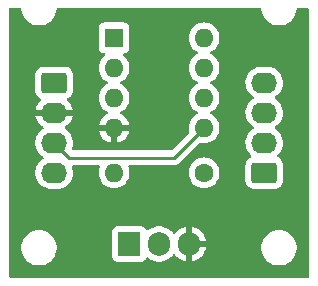
<source format=gbl>
%TF.GenerationSoftware,KiCad,Pcbnew,7.0.8*%
%TF.CreationDate,2023-10-26T16:31:04-05:00*%
%TF.ProjectId,iowa-rover-kiosk-power-cycler,696f7761-2d72-46f7-9665-722d6b696f73,rev?*%
%TF.SameCoordinates,Original*%
%TF.FileFunction,Copper,L2,Bot*%
%TF.FilePolarity,Positive*%
%FSLAX46Y46*%
G04 Gerber Fmt 4.6, Leading zero omitted, Abs format (unit mm)*
G04 Created by KiCad (PCBNEW 7.0.8) date 2023-10-26 16:31:04*
%MOMM*%
%LPD*%
G01*
G04 APERTURE LIST*
G04 Aperture macros list*
%AMRoundRect*
0 Rectangle with rounded corners*
0 $1 Rounding radius*
0 $2 $3 $4 $5 $6 $7 $8 $9 X,Y pos of 4 corners*
0 Add a 4 corners polygon primitive as box body*
4,1,4,$2,$3,$4,$5,$6,$7,$8,$9,$2,$3,0*
0 Add four circle primitives for the rounded corners*
1,1,$1+$1,$2,$3*
1,1,$1+$1,$4,$5*
1,1,$1+$1,$6,$7*
1,1,$1+$1,$8,$9*
0 Add four rect primitives between the rounded corners*
20,1,$1+$1,$2,$3,$4,$5,0*
20,1,$1+$1,$4,$5,$6,$7,0*
20,1,$1+$1,$6,$7,$8,$9,0*
20,1,$1+$1,$8,$9,$2,$3,0*%
G04 Aperture macros list end*
%TA.AperFunction,ComponentPad*%
%ADD10C,1.600000*%
%TD*%
%TA.AperFunction,ComponentPad*%
%ADD11O,1.600000X1.600000*%
%TD*%
%TA.AperFunction,ComponentPad*%
%ADD12R,1.600000X1.600000*%
%TD*%
%TA.AperFunction,ComponentPad*%
%ADD13O,1.905000X2.000000*%
%TD*%
%TA.AperFunction,ComponentPad*%
%ADD14R,1.905000X2.000000*%
%TD*%
%TA.AperFunction,ComponentPad*%
%ADD15RoundRect,0.250000X0.845000X-0.620000X0.845000X0.620000X-0.845000X0.620000X-0.845000X-0.620000X0*%
%TD*%
%TA.AperFunction,ComponentPad*%
%ADD16O,2.190000X1.740000*%
%TD*%
%TA.AperFunction,ComponentPad*%
%ADD17RoundRect,0.250000X-0.845000X0.620000X-0.845000X-0.620000X0.845000X-0.620000X0.845000X0.620000X0*%
%TD*%
%TA.AperFunction,Conductor*%
%ADD18C,0.250000*%
%TD*%
G04 APERTURE END LIST*
D10*
%TO.P,R1,1*%
%TO.N,Net-(U1-XTAL2{slash}PB4)*%
X119380000Y-63500000D03*
D11*
%TO.P,R1,2*%
%TO.N,Net-(Q1-G)*%
X111760000Y-63500000D03*
%TD*%
D12*
%TO.P,U1,1,~{RESET}/PB5*%
%TO.N,unconnected-(U1-~{RESET}{slash}PB5-Pad1)*%
X111760000Y-52080000D03*
D11*
%TO.P,U1,2,XTAL1/PB3*%
%TO.N,unconnected-(U1-XTAL1{slash}PB3-Pad2)*%
X111760000Y-54620000D03*
%TO.P,U1,3,XTAL2/PB4*%
%TO.N,Net-(U1-XTAL2{slash}PB4)*%
X111760000Y-57160000D03*
%TO.P,U1,4,GND*%
%TO.N,GND*%
X111760000Y-59700000D03*
%TO.P,U1,5,AREF/PB0*%
%TO.N,Net-(J1-Pin_3)*%
X119380000Y-59700000D03*
%TO.P,U1,6,PB1*%
%TO.N,unconnected-(U1-PB1-Pad6)*%
X119380000Y-57160000D03*
%TO.P,U1,7,PB2*%
%TO.N,Net-(J1-Pin_4)*%
X119380000Y-54620000D03*
%TO.P,U1,8,VCC*%
%TO.N,+5V*%
X119380000Y-52080000D03*
%TD*%
D13*
%TO.P,Q1,3,S*%
%TO.N,GND*%
X118110000Y-69525000D03*
%TO.P,Q1,2,D*%
%TO.N,Net-(J2-Pin_2)*%
X115570000Y-69525000D03*
D14*
%TO.P,Q1,1,G*%
%TO.N,Net-(Q1-G)*%
X113030000Y-69525000D03*
%TD*%
D15*
%TO.P,J2,1,Pin_1*%
%TO.N,+5V*%
X124480000Y-63500000D03*
D16*
%TO.P,J2,2,Pin_2*%
%TO.N,Net-(J2-Pin_2)*%
X124480000Y-60960000D03*
%TO.P,J2,3,Pin_3*%
%TO.N,Net-(J1-Pin_3)*%
X124480000Y-58420000D03*
%TO.P,J2,4,Pin_4*%
%TO.N,Net-(J1-Pin_4)*%
X124480000Y-55880000D03*
%TD*%
D17*
%TO.P,J1,1,Pin_1*%
%TO.N,+5V*%
X106680000Y-55880000D03*
D16*
%TO.P,J1,2,Pin_2*%
%TO.N,GND*%
X106680000Y-58420000D03*
%TO.P,J1,3,Pin_3*%
%TO.N,Net-(J1-Pin_3)*%
X106680000Y-60960000D03*
%TO.P,J1,4,Pin_4*%
%TO.N,Net-(J1-Pin_4)*%
X106680000Y-63500000D03*
%TD*%
D18*
%TO.N,Net-(J1-Pin_3)*%
X116850000Y-62230000D02*
X119380000Y-59700000D01*
X107950000Y-62230000D02*
X116850000Y-62230000D01*
X106680000Y-60960000D02*
X107950000Y-62230000D01*
%TD*%
%TA.AperFunction,Conductor*%
%TO.N,GND*%
G36*
X103852539Y-49549685D02*
G01*
X103898294Y-49602489D01*
X103908471Y-49649274D01*
X103909076Y-49649224D01*
X103909454Y-49653790D01*
X103909500Y-49654000D01*
X103909500Y-49654334D01*
X103950429Y-49899616D01*
X104031169Y-50134802D01*
X104031172Y-50134811D01*
X104149524Y-50353506D01*
X104149526Y-50353509D01*
X104302262Y-50549744D01*
X104461744Y-50696557D01*
X104485217Y-50718166D01*
X104693393Y-50854173D01*
X104921118Y-50954063D01*
X105162175Y-51015107D01*
X105162179Y-51015108D01*
X105162181Y-51015108D01*
X105162186Y-51015109D01*
X105295376Y-51026145D01*
X105347933Y-51030500D01*
X105347935Y-51030500D01*
X105472065Y-51030500D01*
X105472067Y-51030500D01*
X105533284Y-51025427D01*
X105657813Y-51015109D01*
X105657816Y-51015108D01*
X105657821Y-51015108D01*
X105898881Y-50954063D01*
X106126607Y-50854173D01*
X106334785Y-50718164D01*
X106517738Y-50549744D01*
X106670474Y-50353509D01*
X106788828Y-50134810D01*
X106869571Y-49899614D01*
X106910500Y-49654335D01*
X106910500Y-49654000D01*
X106910539Y-49653865D01*
X106910924Y-49649224D01*
X106911879Y-49649303D01*
X106930185Y-49586961D01*
X106982989Y-49541206D01*
X107034500Y-49530000D01*
X124105500Y-49530000D01*
X124172539Y-49549685D01*
X124218294Y-49602489D01*
X124228471Y-49649274D01*
X124229076Y-49649224D01*
X124229454Y-49653790D01*
X124229500Y-49654000D01*
X124229500Y-49654334D01*
X124270429Y-49899616D01*
X124351169Y-50134802D01*
X124351172Y-50134811D01*
X124469524Y-50353506D01*
X124469526Y-50353509D01*
X124622262Y-50549744D01*
X124781744Y-50696557D01*
X124805217Y-50718166D01*
X125013393Y-50854173D01*
X125241118Y-50954063D01*
X125482175Y-51015107D01*
X125482179Y-51015108D01*
X125482181Y-51015108D01*
X125482186Y-51015109D01*
X125615376Y-51026145D01*
X125667933Y-51030500D01*
X125667935Y-51030500D01*
X125792065Y-51030500D01*
X125792067Y-51030500D01*
X125853284Y-51025427D01*
X125977813Y-51015109D01*
X125977816Y-51015108D01*
X125977821Y-51015108D01*
X126218881Y-50954063D01*
X126446607Y-50854173D01*
X126654785Y-50718164D01*
X126837738Y-50549744D01*
X126990474Y-50353509D01*
X127108828Y-50134810D01*
X127189571Y-49899614D01*
X127230500Y-49654335D01*
X127230500Y-49654000D01*
X127230539Y-49653865D01*
X127230924Y-49649224D01*
X127231879Y-49649303D01*
X127250185Y-49586961D01*
X127302989Y-49541206D01*
X127354500Y-49530000D01*
X128146000Y-49530000D01*
X128213039Y-49549685D01*
X128258794Y-49602489D01*
X128270000Y-49654000D01*
X128270000Y-72266000D01*
X128250315Y-72333039D01*
X128197511Y-72378794D01*
X128146000Y-72390000D01*
X102994000Y-72390000D01*
X102926961Y-72370315D01*
X102881206Y-72317511D01*
X102870000Y-72266000D01*
X102870000Y-69974334D01*
X103909500Y-69974334D01*
X103950429Y-70219616D01*
X104031169Y-70454802D01*
X104031172Y-70454811D01*
X104149524Y-70673506D01*
X104149526Y-70673509D01*
X104302262Y-70869744D01*
X104427875Y-70985379D01*
X104485217Y-71038166D01*
X104693393Y-71174173D01*
X104921118Y-71274063D01*
X105054473Y-71307833D01*
X105162179Y-71335108D01*
X105162181Y-71335108D01*
X105162186Y-71335109D01*
X105295376Y-71346145D01*
X105347933Y-71350500D01*
X105347935Y-71350500D01*
X105472065Y-71350500D01*
X105472067Y-71350500D01*
X105533284Y-71345427D01*
X105657813Y-71335109D01*
X105657816Y-71335108D01*
X105657821Y-71335108D01*
X105898881Y-71274063D01*
X106126607Y-71174173D01*
X106334785Y-71038164D01*
X106517738Y-70869744D01*
X106670474Y-70673509D01*
X106724937Y-70572870D01*
X111577000Y-70572870D01*
X111577001Y-70572876D01*
X111583408Y-70632483D01*
X111633702Y-70767328D01*
X111633706Y-70767335D01*
X111719952Y-70882544D01*
X111719955Y-70882547D01*
X111835164Y-70968793D01*
X111835171Y-70968797D01*
X111970017Y-71019091D01*
X111970016Y-71019091D01*
X111976944Y-71019835D01*
X112029627Y-71025500D01*
X114030372Y-71025499D01*
X114089983Y-71019091D01*
X114224831Y-70968796D01*
X114340046Y-70882546D01*
X114426296Y-70767331D01*
X114437725Y-70736687D01*
X114479594Y-70680755D01*
X114545058Y-70656336D01*
X114613331Y-70671186D01*
X114630069Y-70682167D01*
X114772552Y-70793066D01*
X114772558Y-70793070D01*
X114772561Y-70793072D01*
X114914235Y-70869742D01*
X114983478Y-70907215D01*
X114984336Y-70907679D01*
X115102598Y-70948278D01*
X115212083Y-70985865D01*
X115212085Y-70985865D01*
X115212087Y-70985866D01*
X115449601Y-71025500D01*
X115449602Y-71025500D01*
X115690398Y-71025500D01*
X115690399Y-71025500D01*
X115927913Y-70985866D01*
X116155664Y-70907679D01*
X116367439Y-70793072D01*
X116557463Y-70645171D01*
X116720551Y-70468010D01*
X116736489Y-70443613D01*
X116789631Y-70398258D01*
X116858862Y-70388831D01*
X116922199Y-70418330D01*
X116944106Y-70443611D01*
X116959847Y-70467704D01*
X116959851Y-70467710D01*
X117122873Y-70644797D01*
X117122883Y-70644806D01*
X117312831Y-70792649D01*
X117312840Y-70792655D01*
X117524531Y-70907215D01*
X117524545Y-70907221D01*
X117752207Y-70985379D01*
X117860000Y-71003366D01*
X117860000Y-70016683D01*
X117888819Y-70034209D01*
X118034404Y-70075000D01*
X118147622Y-70075000D01*
X118259783Y-70059584D01*
X118360000Y-70016053D01*
X118360000Y-71003365D01*
X118467792Y-70985379D01*
X118695454Y-70907221D01*
X118695468Y-70907215D01*
X118907159Y-70792655D01*
X118907168Y-70792649D01*
X119097116Y-70644806D01*
X119097126Y-70644797D01*
X119260148Y-70467710D01*
X119260156Y-70467699D01*
X119391813Y-70266184D01*
X119488508Y-70045740D01*
X119506590Y-69974334D01*
X124229500Y-69974334D01*
X124270429Y-70219616D01*
X124351169Y-70454802D01*
X124351172Y-70454811D01*
X124469524Y-70673506D01*
X124469526Y-70673509D01*
X124622262Y-70869744D01*
X124747875Y-70985379D01*
X124805217Y-71038166D01*
X125013393Y-71174173D01*
X125241118Y-71274063D01*
X125374473Y-71307833D01*
X125482179Y-71335108D01*
X125482181Y-71335108D01*
X125482186Y-71335109D01*
X125615376Y-71346145D01*
X125667933Y-71350500D01*
X125667935Y-71350500D01*
X125792065Y-71350500D01*
X125792067Y-71350500D01*
X125853284Y-71345427D01*
X125977813Y-71335109D01*
X125977816Y-71335108D01*
X125977821Y-71335108D01*
X126218881Y-71274063D01*
X126446607Y-71174173D01*
X126654785Y-71038164D01*
X126837738Y-70869744D01*
X126990474Y-70673509D01*
X127108828Y-70454810D01*
X127189571Y-70219614D01*
X127230500Y-69974335D01*
X127230500Y-69725665D01*
X127189571Y-69480386D01*
X127108828Y-69245190D01*
X126990474Y-69026491D01*
X126837738Y-68830256D01*
X126654785Y-68661836D01*
X126654782Y-68661833D01*
X126446606Y-68525826D01*
X126218881Y-68425936D01*
X125977824Y-68364892D01*
X125977813Y-68364890D01*
X125812548Y-68351197D01*
X125792067Y-68349500D01*
X125667933Y-68349500D01*
X125648521Y-68351108D01*
X125482186Y-68364890D01*
X125482175Y-68364892D01*
X125241118Y-68425936D01*
X125013393Y-68525826D01*
X124805217Y-68661833D01*
X124622261Y-68830257D01*
X124469524Y-69026493D01*
X124351172Y-69245188D01*
X124351169Y-69245197D01*
X124270429Y-69480383D01*
X124229500Y-69725665D01*
X124229500Y-69974334D01*
X119506590Y-69974334D01*
X119547599Y-69812395D01*
X119547599Y-69812394D01*
X119550697Y-69775000D01*
X118604852Y-69775000D01*
X118653559Y-69637953D01*
X118663877Y-69487114D01*
X118633116Y-69339085D01*
X118599910Y-69275000D01*
X119550697Y-69275000D01*
X119547599Y-69237605D01*
X119547599Y-69237604D01*
X119488508Y-69004259D01*
X119391813Y-68783815D01*
X119260156Y-68582300D01*
X119260148Y-68582289D01*
X119097126Y-68405202D01*
X119097116Y-68405193D01*
X118907168Y-68257350D01*
X118907159Y-68257344D01*
X118695468Y-68142784D01*
X118695454Y-68142778D01*
X118467791Y-68064619D01*
X118360000Y-68046633D01*
X118360000Y-69033316D01*
X118331181Y-69015791D01*
X118185596Y-68975000D01*
X118072378Y-68975000D01*
X117960217Y-68990416D01*
X117860000Y-69033946D01*
X117860000Y-68046633D01*
X117859999Y-68046633D01*
X117752208Y-68064619D01*
X117524545Y-68142778D01*
X117524531Y-68142784D01*
X117312840Y-68257344D01*
X117312831Y-68257350D01*
X117122883Y-68405193D01*
X117122873Y-68405202D01*
X116959851Y-68582289D01*
X116959846Y-68582297D01*
X116944104Y-68606390D01*
X116890955Y-68651745D01*
X116821724Y-68661165D01*
X116758389Y-68631660D01*
X116736489Y-68606384D01*
X116720555Y-68581994D01*
X116624018Y-68477127D01*
X116557463Y-68404829D01*
X116423358Y-68300451D01*
X116367441Y-68256929D01*
X116155665Y-68142321D01*
X116155656Y-68142318D01*
X115927916Y-68064134D01*
X115728800Y-68030908D01*
X115690399Y-68024500D01*
X115449601Y-68024500D01*
X115411200Y-68030908D01*
X115212083Y-68064134D01*
X114984343Y-68142318D01*
X114984334Y-68142321D01*
X114772559Y-68256929D01*
X114630069Y-68367833D01*
X114565075Y-68393475D01*
X114496535Y-68379908D01*
X114446210Y-68331440D01*
X114437725Y-68313311D01*
X114426298Y-68282673D01*
X114426293Y-68282664D01*
X114340047Y-68167455D01*
X114340044Y-68167452D01*
X114224835Y-68081206D01*
X114224828Y-68081202D01*
X114089982Y-68030908D01*
X114089983Y-68030908D01*
X114030383Y-68024501D01*
X114030381Y-68024500D01*
X114030373Y-68024500D01*
X114030364Y-68024500D01*
X112029629Y-68024500D01*
X112029623Y-68024501D01*
X111970016Y-68030908D01*
X111835171Y-68081202D01*
X111835164Y-68081206D01*
X111719955Y-68167452D01*
X111719952Y-68167455D01*
X111633706Y-68282664D01*
X111633702Y-68282671D01*
X111583408Y-68417517D01*
X111577001Y-68477116D01*
X111577000Y-68477135D01*
X111577000Y-70572870D01*
X106724937Y-70572870D01*
X106788828Y-70454810D01*
X106869571Y-70219614D01*
X106910500Y-69974335D01*
X106910500Y-69725665D01*
X106869571Y-69480386D01*
X106788828Y-69245190D01*
X106670474Y-69026491D01*
X106517738Y-68830256D01*
X106334785Y-68661836D01*
X106334782Y-68661833D01*
X106126606Y-68525826D01*
X105898881Y-68425936D01*
X105657824Y-68364892D01*
X105657813Y-68364890D01*
X105492548Y-68351197D01*
X105472067Y-68349500D01*
X105347933Y-68349500D01*
X105328521Y-68351108D01*
X105162186Y-68364890D01*
X105162175Y-68364892D01*
X104921118Y-68425936D01*
X104693393Y-68525826D01*
X104485217Y-68661833D01*
X104302261Y-68830257D01*
X104149524Y-69026493D01*
X104031172Y-69245188D01*
X104031169Y-69245197D01*
X103950429Y-69480383D01*
X103909500Y-69725665D01*
X103909500Y-69974334D01*
X102870000Y-69974334D01*
X102870000Y-63441624D01*
X105080784Y-63441624D01*
X105090685Y-63674700D01*
X105090686Y-63674709D01*
X105139836Y-63902766D01*
X105139837Y-63902769D01*
X105226819Y-64119231D01*
X105226821Y-64119235D01*
X105349138Y-64317891D01*
X105429083Y-64408726D01*
X105503270Y-64493019D01*
X105503273Y-64493022D01*
X105684773Y-64639573D01*
X105684779Y-64639578D01*
X105888445Y-64753353D01*
X105888448Y-64753354D01*
X106108416Y-64831073D01*
X106236725Y-64853074D01*
X106338344Y-64870499D01*
X106338353Y-64870500D01*
X106963221Y-64870500D01*
X107137446Y-64855671D01*
X107137446Y-64855670D01*
X107137453Y-64855670D01*
X107363219Y-64796885D01*
X107575802Y-64700792D01*
X107769088Y-64570153D01*
X107937516Y-64408728D01*
X108076240Y-64221161D01*
X108181270Y-64012847D01*
X108249583Y-63789780D01*
X108279216Y-63558376D01*
X108269314Y-63325293D01*
X108220164Y-63097235D01*
X108220162Y-63097230D01*
X108191433Y-63025734D01*
X108184702Y-62956189D01*
X108216638Y-62894046D01*
X108277102Y-62859033D01*
X108306491Y-62855500D01*
X110430951Y-62855500D01*
X110497990Y-62875185D01*
X110543745Y-62927989D01*
X110553689Y-62997147D01*
X110543333Y-63031905D01*
X110533262Y-63053502D01*
X110533258Y-63053511D01*
X110474366Y-63273302D01*
X110474364Y-63273313D01*
X110454532Y-63499998D01*
X110454532Y-63500001D01*
X110474364Y-63726686D01*
X110474366Y-63726697D01*
X110533258Y-63946488D01*
X110533261Y-63946497D01*
X110629431Y-64152732D01*
X110629432Y-64152734D01*
X110759954Y-64339141D01*
X110920858Y-64500045D01*
X110920861Y-64500047D01*
X111107266Y-64630568D01*
X111313504Y-64726739D01*
X111533308Y-64785635D01*
X111695230Y-64799801D01*
X111759998Y-64805468D01*
X111760000Y-64805468D01*
X111760002Y-64805468D01*
X111816673Y-64800509D01*
X111986692Y-64785635D01*
X112206496Y-64726739D01*
X112412734Y-64630568D01*
X112599139Y-64500047D01*
X112760047Y-64339139D01*
X112890568Y-64152734D01*
X112986739Y-63946496D01*
X113045635Y-63726692D01*
X113065468Y-63500001D01*
X118074532Y-63500001D01*
X118094364Y-63726686D01*
X118094366Y-63726697D01*
X118153258Y-63946488D01*
X118153261Y-63946497D01*
X118249431Y-64152732D01*
X118249432Y-64152734D01*
X118379954Y-64339141D01*
X118540858Y-64500045D01*
X118540861Y-64500047D01*
X118727266Y-64630568D01*
X118933504Y-64726739D01*
X119153308Y-64785635D01*
X119315230Y-64799801D01*
X119379998Y-64805468D01*
X119380000Y-64805468D01*
X119380002Y-64805468D01*
X119436673Y-64800509D01*
X119606692Y-64785635D01*
X119826496Y-64726739D01*
X120032734Y-64630568D01*
X120219139Y-64500047D01*
X120380047Y-64339139D01*
X120510568Y-64152734D01*
X120606739Y-63946496D01*
X120665635Y-63726692D01*
X120685468Y-63500000D01*
X120665635Y-63273308D01*
X120606739Y-63053504D01*
X120510568Y-62847266D01*
X120380047Y-62660861D01*
X120380045Y-62660858D01*
X120219141Y-62499954D01*
X120032734Y-62369432D01*
X120032732Y-62369431D01*
X119826497Y-62273261D01*
X119826488Y-62273258D01*
X119606697Y-62214366D01*
X119606693Y-62214365D01*
X119606692Y-62214365D01*
X119606691Y-62214364D01*
X119606686Y-62214364D01*
X119380002Y-62194532D01*
X119379998Y-62194532D01*
X119153313Y-62214364D01*
X119153302Y-62214366D01*
X118933511Y-62273258D01*
X118933502Y-62273261D01*
X118727267Y-62369431D01*
X118727265Y-62369432D01*
X118540858Y-62499954D01*
X118379954Y-62660858D01*
X118249432Y-62847265D01*
X118249431Y-62847267D01*
X118153261Y-63053502D01*
X118153258Y-63053511D01*
X118094366Y-63273302D01*
X118094364Y-63273313D01*
X118074532Y-63499998D01*
X118074532Y-63500001D01*
X113065468Y-63500001D01*
X113065468Y-63500000D01*
X113045635Y-63273308D01*
X112986739Y-63053504D01*
X112976666Y-63031904D01*
X112966175Y-62962827D01*
X112994695Y-62899043D01*
X113053171Y-62860804D01*
X113089049Y-62855500D01*
X116767257Y-62855500D01*
X116782877Y-62857224D01*
X116782904Y-62856939D01*
X116790660Y-62857671D01*
X116790667Y-62857673D01*
X116859814Y-62855500D01*
X116889350Y-62855500D01*
X116896228Y-62854630D01*
X116902041Y-62854172D01*
X116948627Y-62852709D01*
X116967869Y-62847117D01*
X116986912Y-62843174D01*
X117006792Y-62840664D01*
X117050122Y-62823507D01*
X117055646Y-62821617D01*
X117059396Y-62820527D01*
X117100390Y-62808618D01*
X117117629Y-62798422D01*
X117135103Y-62789862D01*
X117153727Y-62782488D01*
X117153727Y-62782487D01*
X117153732Y-62782486D01*
X117191449Y-62755082D01*
X117196305Y-62751892D01*
X117236420Y-62728170D01*
X117250589Y-62713999D01*
X117265379Y-62701368D01*
X117281587Y-62689594D01*
X117311299Y-62653676D01*
X117315212Y-62649376D01*
X118965179Y-60999410D01*
X119026500Y-60965927D01*
X119084947Y-60967317D01*
X119153308Y-60985635D01*
X119310780Y-60999412D01*
X119379998Y-61005468D01*
X119380000Y-61005468D01*
X119380002Y-61005468D01*
X119449220Y-60999412D01*
X119606692Y-60985635D01*
X119826496Y-60926739D01*
X119880355Y-60901624D01*
X122880784Y-60901624D01*
X122890685Y-61134700D01*
X122890686Y-61134709D01*
X122939836Y-61362766D01*
X122939837Y-61362769D01*
X123011808Y-61541875D01*
X123026821Y-61579235D01*
X123149138Y-61777891D01*
X123303269Y-61953018D01*
X123343291Y-61985334D01*
X123383084Y-62042764D01*
X123385511Y-62112592D01*
X123349800Y-62172646D01*
X123317800Y-62194191D01*
X123315668Y-62195185D01*
X123315666Y-62195185D01*
X123315666Y-62195186D01*
X123284572Y-62214365D01*
X123166342Y-62287289D01*
X123042289Y-62411342D01*
X122950187Y-62560663D01*
X122950186Y-62560666D01*
X122895001Y-62727203D01*
X122895001Y-62727204D01*
X122895000Y-62727204D01*
X122884500Y-62829983D01*
X122884500Y-64170001D01*
X122884501Y-64170018D01*
X122895000Y-64272796D01*
X122895001Y-64272799D01*
X122916985Y-64339141D01*
X122950186Y-64439334D01*
X123042288Y-64588656D01*
X123166344Y-64712712D01*
X123315666Y-64804814D01*
X123482203Y-64859999D01*
X123584991Y-64870500D01*
X125375008Y-64870499D01*
X125477797Y-64859999D01*
X125644334Y-64804814D01*
X125793656Y-64712712D01*
X125917712Y-64588656D01*
X126009814Y-64439334D01*
X126064999Y-64272797D01*
X126075500Y-64170009D01*
X126075499Y-62829992D01*
X126074643Y-62821617D01*
X126064999Y-62727203D01*
X126064998Y-62727200D01*
X126052537Y-62689595D01*
X126009814Y-62560666D01*
X125917712Y-62411344D01*
X125793656Y-62287288D01*
X125644334Y-62195186D01*
X125644326Y-62195181D01*
X125642058Y-62194124D01*
X125640763Y-62192984D01*
X125638187Y-62191395D01*
X125638458Y-62190954D01*
X125589619Y-62147951D01*
X125570468Y-62080757D01*
X125590685Y-62013876D01*
X125608653Y-61992232D01*
X125737516Y-61868728D01*
X125876240Y-61681161D01*
X125981270Y-61472847D01*
X126049583Y-61249780D01*
X126079216Y-61018376D01*
X126069314Y-60785293D01*
X126020164Y-60557235D01*
X125933179Y-60340765D01*
X125810862Y-60142109D01*
X125656731Y-59966982D01*
X125656729Y-59966980D01*
X125656726Y-59966977D01*
X125475226Y-59820426D01*
X125475215Y-59820419D01*
X125434897Y-59797895D01*
X125385971Y-59748015D01*
X125371779Y-59679602D01*
X125396827Y-59614376D01*
X125425931Y-59586910D01*
X125569088Y-59490153D01*
X125737516Y-59328728D01*
X125876240Y-59141161D01*
X125981270Y-58932847D01*
X126049583Y-58709780D01*
X126079216Y-58478376D01*
X126069314Y-58245293D01*
X126020164Y-58017235D01*
X125933179Y-57800765D01*
X125810862Y-57602109D01*
X125656731Y-57426982D01*
X125656729Y-57426980D01*
X125656726Y-57426977D01*
X125475226Y-57280426D01*
X125475215Y-57280419D01*
X125434897Y-57257895D01*
X125385971Y-57208015D01*
X125371779Y-57139602D01*
X125396827Y-57074376D01*
X125425931Y-57046910D01*
X125569088Y-56950153D01*
X125737516Y-56788728D01*
X125876240Y-56601161D01*
X125981270Y-56392847D01*
X126049583Y-56169780D01*
X126079216Y-55938376D01*
X126069314Y-55705293D01*
X126020164Y-55477235D01*
X125933179Y-55260765D01*
X125810862Y-55062109D01*
X125656731Y-54886982D01*
X125656729Y-54886980D01*
X125656726Y-54886977D01*
X125475226Y-54740426D01*
X125475220Y-54740421D01*
X125271554Y-54626646D01*
X125051591Y-54548929D01*
X125051586Y-54548927D01*
X125051584Y-54548927D01*
X125051580Y-54548926D01*
X125051579Y-54548926D01*
X124821655Y-54509500D01*
X124821647Y-54509500D01*
X124196784Y-54509500D01*
X124196779Y-54509500D01*
X124022553Y-54524328D01*
X124022551Y-54524329D01*
X123796781Y-54583114D01*
X123584197Y-54679208D01*
X123390911Y-54809847D01*
X123390909Y-54809849D01*
X123222483Y-54971272D01*
X123222482Y-54971273D01*
X123083762Y-55158834D01*
X122978733Y-55367147D01*
X122978730Y-55367153D01*
X122910416Y-55590223D01*
X122880784Y-55821624D01*
X122890685Y-56054700D01*
X122890686Y-56054709D01*
X122939836Y-56282766D01*
X122939837Y-56282769D01*
X123026819Y-56499231D01*
X123026821Y-56499235D01*
X123149138Y-56697891D01*
X123229083Y-56788726D01*
X123303270Y-56873019D01*
X123303273Y-56873022D01*
X123484773Y-57019573D01*
X123484775Y-57019574D01*
X123484780Y-57019578D01*
X123525102Y-57042103D01*
X123574028Y-57091983D01*
X123588220Y-57160396D01*
X123563172Y-57225622D01*
X123534065Y-57253092D01*
X123390907Y-57349850D01*
X123222483Y-57511272D01*
X123222482Y-57511273D01*
X123083762Y-57698834D01*
X122978733Y-57907147D01*
X122978730Y-57907153D01*
X122910416Y-58130223D01*
X122880784Y-58361624D01*
X122890685Y-58594700D01*
X122890686Y-58594709D01*
X122939836Y-58822766D01*
X122939837Y-58822769D01*
X123026819Y-59039231D01*
X123026821Y-59039235D01*
X123149138Y-59237891D01*
X123302954Y-59412660D01*
X123303270Y-59413019D01*
X123303273Y-59413022D01*
X123484773Y-59559573D01*
X123484775Y-59559574D01*
X123484780Y-59559578D01*
X123525102Y-59582103D01*
X123574028Y-59631983D01*
X123588220Y-59700396D01*
X123563172Y-59765622D01*
X123534065Y-59793092D01*
X123390907Y-59889850D01*
X123222483Y-60051272D01*
X123222482Y-60051273D01*
X123083762Y-60238834D01*
X122978733Y-60447147D01*
X122978730Y-60447153D01*
X122910416Y-60670223D01*
X122880784Y-60901624D01*
X119880355Y-60901624D01*
X120032734Y-60830568D01*
X120219139Y-60700047D01*
X120380047Y-60539139D01*
X120510568Y-60352734D01*
X120606739Y-60146496D01*
X120665635Y-59926692D01*
X120685468Y-59700000D01*
X120683683Y-59679602D01*
X120674519Y-59574852D01*
X120665635Y-59473308D01*
X120606739Y-59253504D01*
X120510568Y-59047266D01*
X120380047Y-58860861D01*
X120380045Y-58860858D01*
X120219141Y-58699954D01*
X120032734Y-58569432D01*
X120032728Y-58569429D01*
X119974725Y-58542382D01*
X119922285Y-58496210D01*
X119903133Y-58429017D01*
X119923348Y-58362135D01*
X119974725Y-58317618D01*
X120032734Y-58290568D01*
X120219139Y-58160047D01*
X120380047Y-57999139D01*
X120510568Y-57812734D01*
X120606739Y-57606496D01*
X120665635Y-57386692D01*
X120685468Y-57160000D01*
X120683683Y-57139602D01*
X120675153Y-57042103D01*
X120665635Y-56933308D01*
X120606739Y-56713504D01*
X120510568Y-56507266D01*
X120380047Y-56320861D01*
X120380045Y-56320858D01*
X120219141Y-56159954D01*
X120032734Y-56029432D01*
X120032728Y-56029429D01*
X119974725Y-56002382D01*
X119922285Y-55956210D01*
X119903133Y-55889017D01*
X119923348Y-55822135D01*
X119974725Y-55777618D01*
X120032734Y-55750568D01*
X120219139Y-55620047D01*
X120380047Y-55459139D01*
X120510568Y-55272734D01*
X120606739Y-55066496D01*
X120665635Y-54846692D01*
X120685468Y-54620000D01*
X120665635Y-54393308D01*
X120606739Y-54173504D01*
X120510568Y-53967266D01*
X120380047Y-53780861D01*
X120380045Y-53780858D01*
X120219141Y-53619954D01*
X120032734Y-53489432D01*
X120032728Y-53489429D01*
X119974725Y-53462382D01*
X119922285Y-53416210D01*
X119903133Y-53349017D01*
X119923348Y-53282135D01*
X119974725Y-53237618D01*
X120032734Y-53210568D01*
X120219139Y-53080047D01*
X120380047Y-52919139D01*
X120510568Y-52732734D01*
X120606739Y-52526496D01*
X120665635Y-52306692D01*
X120685468Y-52080000D01*
X120665635Y-51853308D01*
X120606739Y-51633504D01*
X120510568Y-51427266D01*
X120380047Y-51240861D01*
X120380045Y-51240858D01*
X120219141Y-51079954D01*
X120032734Y-50949432D01*
X120032732Y-50949431D01*
X119826497Y-50853261D01*
X119826488Y-50853258D01*
X119606697Y-50794366D01*
X119606693Y-50794365D01*
X119606692Y-50794365D01*
X119606691Y-50794364D01*
X119606686Y-50794364D01*
X119380002Y-50774532D01*
X119379998Y-50774532D01*
X119153313Y-50794364D01*
X119153302Y-50794366D01*
X118933511Y-50853258D01*
X118933502Y-50853261D01*
X118727267Y-50949431D01*
X118727265Y-50949432D01*
X118540858Y-51079954D01*
X118379954Y-51240858D01*
X118249432Y-51427265D01*
X118249431Y-51427267D01*
X118153261Y-51633502D01*
X118153258Y-51633511D01*
X118094366Y-51853302D01*
X118094364Y-51853313D01*
X118074532Y-52079998D01*
X118074532Y-52080001D01*
X118094364Y-52306686D01*
X118094366Y-52306697D01*
X118153258Y-52526488D01*
X118153261Y-52526497D01*
X118249431Y-52732732D01*
X118249432Y-52732734D01*
X118379954Y-52919141D01*
X118540858Y-53080045D01*
X118540861Y-53080047D01*
X118727266Y-53210568D01*
X118785275Y-53237618D01*
X118837714Y-53283791D01*
X118856866Y-53350984D01*
X118836650Y-53417865D01*
X118785275Y-53462382D01*
X118727267Y-53489431D01*
X118727265Y-53489432D01*
X118540858Y-53619954D01*
X118379954Y-53780858D01*
X118249432Y-53967265D01*
X118249431Y-53967267D01*
X118153261Y-54173502D01*
X118153258Y-54173511D01*
X118094366Y-54393302D01*
X118094364Y-54393313D01*
X118074532Y-54619998D01*
X118074532Y-54620001D01*
X118094364Y-54846686D01*
X118094366Y-54846697D01*
X118153258Y-55066488D01*
X118153261Y-55066497D01*
X118249431Y-55272732D01*
X118249432Y-55272734D01*
X118379954Y-55459141D01*
X118540858Y-55620045D01*
X118540861Y-55620047D01*
X118727266Y-55750568D01*
X118785275Y-55777618D01*
X118837714Y-55823791D01*
X118856866Y-55890984D01*
X118836650Y-55957865D01*
X118785275Y-56002382D01*
X118727267Y-56029431D01*
X118727265Y-56029432D01*
X118540858Y-56159954D01*
X118379954Y-56320858D01*
X118249432Y-56507265D01*
X118249431Y-56507267D01*
X118153261Y-56713502D01*
X118153258Y-56713511D01*
X118094366Y-56933302D01*
X118094364Y-56933313D01*
X118074532Y-57159998D01*
X118074532Y-57160001D01*
X118094364Y-57386686D01*
X118094366Y-57386697D01*
X118153258Y-57606488D01*
X118153261Y-57606497D01*
X118249431Y-57812732D01*
X118249432Y-57812734D01*
X118379954Y-57999141D01*
X118540858Y-58160045D01*
X118540861Y-58160047D01*
X118727266Y-58290568D01*
X118785275Y-58317618D01*
X118837714Y-58363791D01*
X118856866Y-58430984D01*
X118836650Y-58497865D01*
X118785275Y-58542382D01*
X118727267Y-58569431D01*
X118727265Y-58569432D01*
X118540858Y-58699954D01*
X118379954Y-58860858D01*
X118249432Y-59047265D01*
X118249431Y-59047267D01*
X118153261Y-59253502D01*
X118153258Y-59253511D01*
X118094366Y-59473302D01*
X118094364Y-59473313D01*
X118075437Y-59689654D01*
X118074532Y-59700000D01*
X118094364Y-59926686D01*
X118094365Y-59926691D01*
X118094366Y-59926697D01*
X118112680Y-59995048D01*
X118111017Y-60064897D01*
X118080586Y-60114821D01*
X116627228Y-61568181D01*
X116565905Y-61601666D01*
X116539547Y-61604500D01*
X108308611Y-61604500D01*
X108241572Y-61584815D01*
X108195817Y-61532011D01*
X108185873Y-61462853D01*
X108190046Y-61444190D01*
X108249583Y-61249780D01*
X108279216Y-61018376D01*
X108269314Y-60785293D01*
X108220164Y-60557235D01*
X108133179Y-60340765D01*
X108010862Y-60142109D01*
X107856731Y-59966982D01*
X107856729Y-59966980D01*
X107856726Y-59966977D01*
X107675226Y-59820426D01*
X107675216Y-59820419D01*
X107634408Y-59797622D01*
X107585482Y-59747742D01*
X107571290Y-59679329D01*
X107596338Y-59614104D01*
X107625447Y-59586633D01*
X107768772Y-59489763D01*
X107937139Y-59328396D01*
X107937140Y-59328395D01*
X108075810Y-59140902D01*
X108180803Y-58932661D01*
X108249093Y-58709670D01*
X108254173Y-58670000D01*
X107220470Y-58670000D01*
X107259685Y-58575326D01*
X107280134Y-58420000D01*
X107259685Y-58264674D01*
X107220470Y-58170000D01*
X108252576Y-58170000D01*
X108252575Y-58169999D01*
X108219683Y-58017380D01*
X108219683Y-58017379D01*
X108132732Y-57800994D01*
X108010458Y-57602407D01*
X107856383Y-57427344D01*
X107816202Y-57394900D01*
X107776410Y-57337469D01*
X107773984Y-57267642D01*
X107809694Y-57207587D01*
X107841714Y-57186034D01*
X107844321Y-57184818D01*
X107844334Y-57184814D01*
X107884563Y-57160001D01*
X110454532Y-57160001D01*
X110474364Y-57386686D01*
X110474366Y-57386697D01*
X110533258Y-57606488D01*
X110533261Y-57606497D01*
X110629431Y-57812732D01*
X110629432Y-57812734D01*
X110759954Y-57999141D01*
X110920858Y-58160045D01*
X110920861Y-58160047D01*
X111107266Y-58290568D01*
X111165865Y-58317893D01*
X111218305Y-58364065D01*
X111237457Y-58431258D01*
X111217242Y-58498139D01*
X111165867Y-58542657D01*
X111107515Y-58569867D01*
X110921179Y-58700342D01*
X110760342Y-58861179D01*
X110629865Y-59047517D01*
X110533734Y-59253673D01*
X110533730Y-59253682D01*
X110481127Y-59449999D01*
X110481128Y-59450000D01*
X111444314Y-59450000D01*
X111432359Y-59461955D01*
X111374835Y-59574852D01*
X111355014Y-59700000D01*
X111374835Y-59825148D01*
X111432359Y-59938045D01*
X111444314Y-59950000D01*
X110481128Y-59950000D01*
X110533730Y-60146317D01*
X110533734Y-60146326D01*
X110629865Y-60352482D01*
X110760342Y-60538820D01*
X110921179Y-60699657D01*
X111107517Y-60830134D01*
X111313673Y-60926265D01*
X111313682Y-60926269D01*
X111509999Y-60978872D01*
X111510000Y-60978871D01*
X111510000Y-60015686D01*
X111521955Y-60027641D01*
X111634852Y-60085165D01*
X111728519Y-60100000D01*
X111791481Y-60100000D01*
X111885148Y-60085165D01*
X111998045Y-60027641D01*
X112010000Y-60015686D01*
X112010000Y-60978872D01*
X112206317Y-60926269D01*
X112206326Y-60926265D01*
X112412482Y-60830134D01*
X112598820Y-60699657D01*
X112759657Y-60538820D01*
X112890134Y-60352482D01*
X112986265Y-60146326D01*
X112986269Y-60146317D01*
X113038872Y-59950000D01*
X112075686Y-59950000D01*
X112087641Y-59938045D01*
X112145165Y-59825148D01*
X112164986Y-59700000D01*
X112145165Y-59574852D01*
X112087641Y-59461955D01*
X112075686Y-59450000D01*
X113038872Y-59450000D01*
X113038872Y-59449999D01*
X112986269Y-59253682D01*
X112986265Y-59253673D01*
X112890134Y-59047517D01*
X112759657Y-58861179D01*
X112598820Y-58700342D01*
X112412482Y-58569865D01*
X112354133Y-58542657D01*
X112301694Y-58496484D01*
X112282542Y-58429291D01*
X112302758Y-58362410D01*
X112354129Y-58317895D01*
X112412734Y-58290568D01*
X112599139Y-58160047D01*
X112760047Y-57999139D01*
X112890568Y-57812734D01*
X112986739Y-57606496D01*
X113045635Y-57386692D01*
X113065468Y-57160000D01*
X113063683Y-57139602D01*
X113055153Y-57042103D01*
X113045635Y-56933308D01*
X112986739Y-56713504D01*
X112890568Y-56507266D01*
X112760047Y-56320861D01*
X112760045Y-56320858D01*
X112599141Y-56159954D01*
X112412734Y-56029432D01*
X112412728Y-56029429D01*
X112354725Y-56002382D01*
X112302285Y-55956210D01*
X112283133Y-55889017D01*
X112303348Y-55822135D01*
X112354725Y-55777618D01*
X112412734Y-55750568D01*
X112599139Y-55620047D01*
X112760047Y-55459139D01*
X112890568Y-55272734D01*
X112986739Y-55066496D01*
X113045635Y-54846692D01*
X113065468Y-54620000D01*
X113045635Y-54393308D01*
X112986739Y-54173504D01*
X112890568Y-53967266D01*
X112760047Y-53780861D01*
X112760045Y-53780858D01*
X112599143Y-53619956D01*
X112574536Y-53602726D01*
X112530912Y-53548149D01*
X112523719Y-53478650D01*
X112555241Y-53416296D01*
X112615471Y-53380882D01*
X112632404Y-53377861D01*
X112667483Y-53374091D01*
X112802331Y-53323796D01*
X112917546Y-53237546D01*
X113003796Y-53122331D01*
X113054091Y-52987483D01*
X113060500Y-52927873D01*
X113060499Y-51232128D01*
X113054091Y-51172517D01*
X113019567Y-51079954D01*
X113003797Y-51037671D01*
X113003793Y-51037664D01*
X112917547Y-50922455D01*
X112917544Y-50922452D01*
X112802335Y-50836206D01*
X112802328Y-50836202D01*
X112667482Y-50785908D01*
X112667483Y-50785908D01*
X112607883Y-50779501D01*
X112607881Y-50779500D01*
X112607873Y-50779500D01*
X112607864Y-50779500D01*
X110912129Y-50779500D01*
X110912123Y-50779501D01*
X110852516Y-50785908D01*
X110717671Y-50836202D01*
X110717664Y-50836206D01*
X110602455Y-50922452D01*
X110602452Y-50922455D01*
X110516206Y-51037664D01*
X110516202Y-51037671D01*
X110465908Y-51172517D01*
X110459501Y-51232116D01*
X110459501Y-51232123D01*
X110459500Y-51232135D01*
X110459500Y-52927870D01*
X110459501Y-52927876D01*
X110465908Y-52987483D01*
X110516202Y-53122328D01*
X110516206Y-53122335D01*
X110602452Y-53237544D01*
X110602455Y-53237547D01*
X110717664Y-53323793D01*
X110717671Y-53323797D01*
X110762618Y-53340561D01*
X110852517Y-53374091D01*
X110887596Y-53377862D01*
X110952144Y-53404599D01*
X110991993Y-53461991D01*
X110994488Y-53531816D01*
X110958836Y-53591905D01*
X110945464Y-53602725D01*
X110920858Y-53619954D01*
X110759954Y-53780858D01*
X110629432Y-53967265D01*
X110629431Y-53967267D01*
X110533261Y-54173502D01*
X110533258Y-54173511D01*
X110474366Y-54393302D01*
X110474364Y-54393313D01*
X110454532Y-54619998D01*
X110454532Y-54620001D01*
X110474364Y-54846686D01*
X110474366Y-54846697D01*
X110533258Y-55066488D01*
X110533261Y-55066497D01*
X110629431Y-55272732D01*
X110629432Y-55272734D01*
X110759954Y-55459141D01*
X110920858Y-55620045D01*
X110920861Y-55620047D01*
X111107266Y-55750568D01*
X111165275Y-55777618D01*
X111217714Y-55823791D01*
X111236866Y-55890984D01*
X111216650Y-55957865D01*
X111165275Y-56002382D01*
X111107267Y-56029431D01*
X111107265Y-56029432D01*
X110920858Y-56159954D01*
X110759954Y-56320858D01*
X110629432Y-56507265D01*
X110629431Y-56507267D01*
X110533261Y-56713502D01*
X110533258Y-56713511D01*
X110474366Y-56933302D01*
X110474364Y-56933313D01*
X110454532Y-57159998D01*
X110454532Y-57160001D01*
X107884563Y-57160001D01*
X107993656Y-57092712D01*
X108117712Y-56968656D01*
X108209814Y-56819334D01*
X108264999Y-56652797D01*
X108275500Y-56550009D01*
X108275499Y-55209992D01*
X108264999Y-55107203D01*
X108209814Y-54940666D01*
X108117712Y-54791344D01*
X107993656Y-54667288D01*
X107857189Y-54583115D01*
X107844336Y-54575187D01*
X107844331Y-54575185D01*
X107842862Y-54574698D01*
X107677797Y-54520001D01*
X107677795Y-54520000D01*
X107575010Y-54509500D01*
X105784998Y-54509500D01*
X105784981Y-54509501D01*
X105682203Y-54520000D01*
X105682200Y-54520001D01*
X105515668Y-54575185D01*
X105515663Y-54575187D01*
X105366342Y-54667289D01*
X105242289Y-54791342D01*
X105150187Y-54940663D01*
X105150186Y-54940666D01*
X105095001Y-55107203D01*
X105095001Y-55107204D01*
X105095000Y-55107204D01*
X105084500Y-55209983D01*
X105084500Y-56550001D01*
X105084501Y-56550018D01*
X105095000Y-56652796D01*
X105095001Y-56652799D01*
X105140043Y-56788726D01*
X105150186Y-56819334D01*
X105242288Y-56968656D01*
X105366344Y-57092712D01*
X105515666Y-57184814D01*
X105515669Y-57184815D01*
X105518419Y-57186097D01*
X105519991Y-57187481D01*
X105521813Y-57188605D01*
X105521621Y-57188916D01*
X105570861Y-57232267D01*
X105590016Y-57299460D01*
X105569803Y-57366342D01*
X105551821Y-57388004D01*
X105422860Y-57511603D01*
X105422859Y-57511604D01*
X105284189Y-57699097D01*
X105179196Y-57907338D01*
X105110906Y-58130329D01*
X105105826Y-58169999D01*
X105105827Y-58170000D01*
X106139530Y-58170000D01*
X106100315Y-58264674D01*
X106079866Y-58420000D01*
X106100315Y-58575326D01*
X106139530Y-58670000D01*
X105107424Y-58670000D01*
X105140316Y-58822619D01*
X105140316Y-58822620D01*
X105227267Y-59039005D01*
X105349541Y-59237592D01*
X105503617Y-59412656D01*
X105503621Y-59412660D01*
X105685054Y-59559157D01*
X105685060Y-59559162D01*
X105725565Y-59581789D01*
X105774491Y-59631669D01*
X105788684Y-59700082D01*
X105763637Y-59765308D01*
X105734529Y-59792778D01*
X105590907Y-59889850D01*
X105422483Y-60051272D01*
X105422482Y-60051273D01*
X105283762Y-60238834D01*
X105178733Y-60447147D01*
X105178730Y-60447153D01*
X105110416Y-60670223D01*
X105080784Y-60901624D01*
X105090685Y-61134700D01*
X105090686Y-61134709D01*
X105139836Y-61362766D01*
X105139837Y-61362769D01*
X105211808Y-61541875D01*
X105226821Y-61579235D01*
X105349138Y-61777891D01*
X105429083Y-61868726D01*
X105503270Y-61953019D01*
X105503273Y-61953022D01*
X105684773Y-62099573D01*
X105684775Y-62099574D01*
X105684780Y-62099578D01*
X105725102Y-62122103D01*
X105774028Y-62171983D01*
X105788220Y-62240396D01*
X105763172Y-62305622D01*
X105734065Y-62333092D01*
X105590907Y-62429850D01*
X105422483Y-62591272D01*
X105422482Y-62591273D01*
X105283762Y-62778834D01*
X105178733Y-62987147D01*
X105178730Y-62987153D01*
X105110416Y-63210223D01*
X105080784Y-63441624D01*
X102870000Y-63441624D01*
X102870000Y-49654000D01*
X102889685Y-49586961D01*
X102942489Y-49541206D01*
X102994000Y-49530000D01*
X103785500Y-49530000D01*
X103852539Y-49549685D01*
G37*
%TD.AperFunction*%
%TD*%
M02*

</source>
